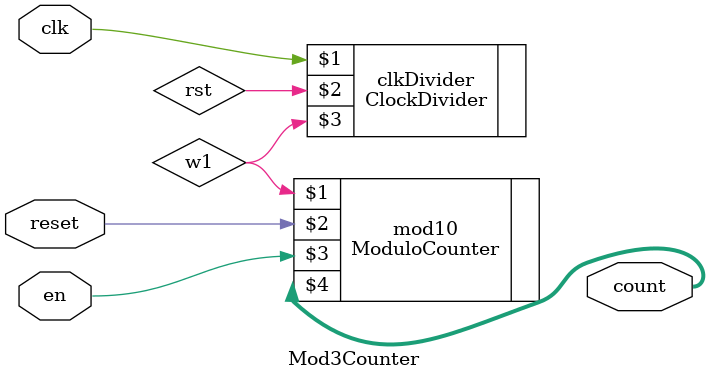
<source format=v>
`timescale 1ns / 1ps


module Mod6Counter(input clk, reset,en, output [2:0]count);
wire w1;
ClockDivider clkDivider(clk, rst, w1);
ModuloCounter #(3,6) mod10(w1,reset,en,count);
endmodule

module Mod3Counter(input clk, reset,en, output [2:0]count);
wire w1;
ClockDivider clkDivider(clk, rst, w1);
ModuloCounter #(2,3) mod10(w1,reset,en,count);
endmodule



</source>
